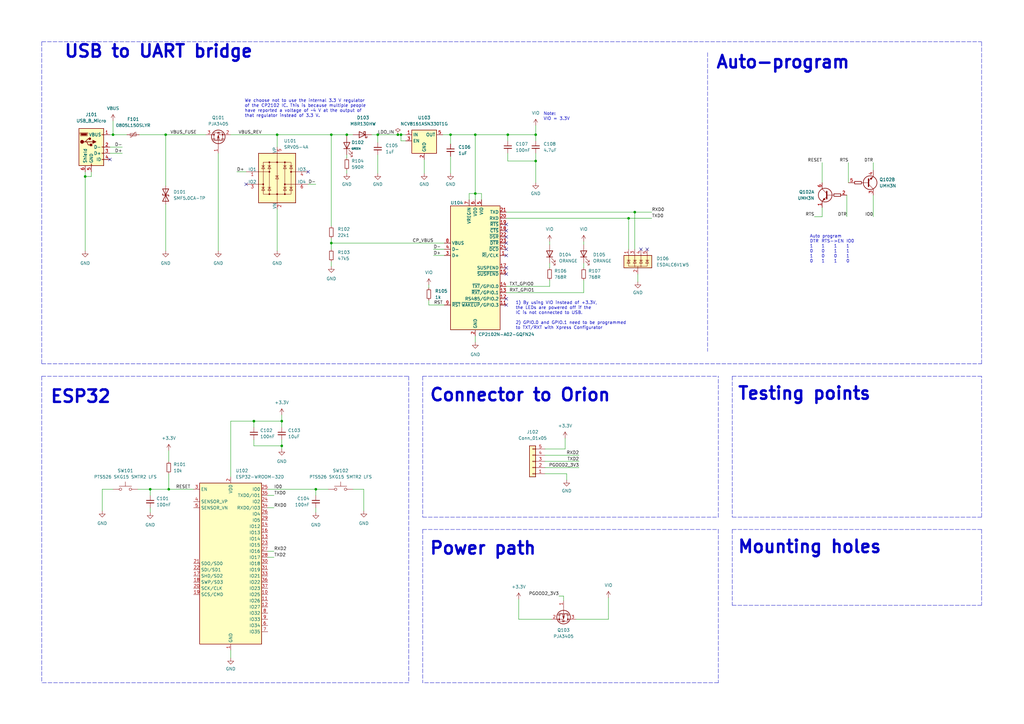
<source format=kicad_sch>
(kicad_sch (version 20211123) (generator eeschema)
  (paper "A3")
  (title_block (title "ESP32 RF Module Overview") (company "EPFL Xplore") (comment 2 "Author: Vincent Nguyen"))
  (lib_symbols
    (symbol "0_connectors:USB_B_Micro" (pin_names (offset 1.016))
      (property "Reference" "J" (at -5.08 11.43 0))
      (property "Value" "USB_B_Micro" (at -5.08 8.89 0))
      (symbol "USB_B_Micro_0_1"
        (rectangle (start -5.08 -7.62) (end 5.08 7.62) (stroke (width 0.254)) (fill (type background)))
        (circle (center -3.81 2.159) (radius 0.635) (stroke (width 0.254)) (fill (type outline)))
        (circle (center -0.635 3.429) (radius 0.381) (stroke (width 0.254)) (fill (type outline)))
        (rectangle (start -0.127 -7.62) (end 0.127 -6.858))
        (polyline (pts (xy -1.905 2.159) (xy 0.635 2.159)) (stroke (width 0.254)))
        (polyline (pts (xy -3.175 2.159) (xy -2.54 2.159) (xy -1.27 3.429) (xy -0.635 3.429)) (stroke (width 0.254)))
        (polyline (pts (xy -2.54 2.159) (xy -1.905 2.159) (xy -1.27 0.889) (xy 0 0.889)) (stroke (width 0.254)))
        (polyline (pts (xy 0.635 2.794) (xy 0.635 1.524) (xy 1.905 2.159) (xy 0.635 2.794)) (stroke (width 0.254)) (fill (type outline)))
        (polyline (pts (xy -4.318 5.588) (xy -1.778 5.588) (xy -2.032 4.826) (xy -4.064 4.826) (xy -4.318 5.588)) (fill (type outline)))
        (polyline (pts (xy -4.699 5.842) (xy -4.699 5.588) (xy -4.445 4.826) (xy -4.445 4.572) (xy -1.651 4.572) (xy -1.651 4.826) (xy -1.397 5.588) (xy -1.397 5.842) (xy -4.699 5.842)))
        (rectangle (start 0.254 1.27) (end -0.508 0.508) (stroke (width 0.254)) (fill (type outline)))
        (rectangle (start 5.08 -5.207) (end 4.318 -4.953))
        (rectangle (start 5.08 -2.667) (end 4.318 -2.413))
        (rectangle (start 5.08 -0.127) (end 4.318 0.127))
        (rectangle (start 5.08 4.953) (end 4.318 5.207))
      )
      (symbol "USB_B_Micro_1_1"
        (pin power_out line (at 7.62 5.08 180) (length 2.54) (name "VBUS") (number "1"))
        (pin bidirectional line (at 7.62 0 180) (length 2.54) (name "D-") (number "2"))
        (pin bidirectional line (at 7.62 -2.54 180) (length 2.54) (name "D+") (number "3"))
        (pin passive line (at 7.62 -5.08 180) (length 2.54) (name "ID") (number "4"))
        (pin power_out line (at 0 -10.16 90) (length 2.54) (name "GND") (number "5"))
        (pin passive line (at -2.54 -10.16 90) (length 2.54) (name "Shield") (number "6"))
      )
    )
    (symbol "0_interface_uart:CP2102N-A02-GQFN24"
      (property "Reference" "U" (at -10.16 26.67 0))
      (property "Value" "CP2102N-A02-GQFN24" (at 0.635 -26.67 0))
      (symbol "CP2102N-A02-GQFN24_0_1"
        (rectangle (start -10.16 25.4) (end 10.16 -25.4) (stroke (width 0.254)) (fill (type background)))
      )
      (symbol "CP2102N-A02-GQFN24_1_1"
        (pin bidirectional line (at 12.7 5.08 180) (length 2.54) (name "~{RI}/CLK") (number "1"))
        (pin no_connect line (at -10.16 -22.86 0) (length 2.54) hide (name "NC") (number "10"))
        (pin bidirectional line (at 12.7 -15.24 180) (length 2.54) (name "~{WAKEUP}/GPIO.3") (number "11"))
        (pin bidirectional line (at 12.7 -12.7 180) (length 2.54) (name "RS485/GPIO.2") (number "12"))
        (pin bidirectional line (at 12.7 -10.16 180) (length 2.54) (name "~{RXT}/GPIO.1") (number "13"))
        (pin bidirectional line (at 12.7 -7.62 180) (length 2.54) (name "~{TXT}/GPIO.0") (number "14"))
        (pin output line (at 12.7 -2.54 180) (length 2.54) (name "~{SUSPEND}") (number "15"))
        (pin no_connect line (at 10.16 -22.86 180) (length 2.54) hide (name "NC") (number "16"))
        (pin output line (at 12.7 0 180) (length 2.54) (name "SUSPEND") (number "17"))
        (pin input line (at 12.7 15.24 180) (length 2.54) (name "~{CTS}") (number "18"))
        (pin output line (at 12.7 17.78 180) (length 2.54) (name "~{RTS}") (number "19"))
        (pin power_in line (at 0 -27.94 90) (length 2.54) (name "GND") (number "2"))
        (pin input line (at 12.7 20.32 180) (length 2.54) (name "RXD") (number "20"))
        (pin output line (at 12.7 22.86 180) (length 2.54) (name "TXD") (number "21"))
        (pin input line (at 12.7 12.7 180) (length 2.54) (name "~{DSR}") (number "22"))
        (pin output line (at 12.7 10.16 180) (length 2.54) (name "~{DTR}") (number "23"))
        (pin input line (at 12.7 7.62 180) (length 2.54) (name "~{DCD}") (number "24"))
        (pin passive line (at 0 -27.94 90) (length 2.54) hide (name "GND") (number "25"))
        (pin bidirectional line (at -12.7 5.08 0) (length 2.54) (name "D+") (number "3"))
        (pin bidirectional line (at -12.7 7.62 0) (length 2.54) (name "D-") (number "4"))
        (pin power_in line (at 2.54 27.94 270) (length 2.54) (name "VIO") (number "5"))
        (pin power_in line (at 0 27.94 270) (length 2.54) (name "VDD") (number "6"))
        (pin power_in line (at -2.54 27.94 270) (length 2.54) (name "VREGIN") (number "7"))
        (pin input line (at -12.7 10.16 0) (length 2.54) (name "VBUS") (number "8"))
        (pin input line (at -12.7 -15.24 0) (length 2.54) (name "~{RST}") (number "9"))
      )
    )
    (symbol "0_power_protection:ESDALC6V1W5" (pin_names hide)
      (property "Reference" "D" (at 6.35 -1.27 0))
      (property "Value" "ESDALC6V1W5" (at 6.35 1.27 0))
      (symbol "ESDALC6V1W5_0_0"
        (pin passive line (at 0 -5.08 90) (length 2.54) (name "GND") (number "2"))
      )
      (symbol "ESDALC6V1W5_0_1"
        (rectangle (start -5.715 2.54) (end 5.715 -2.54) (stroke (width 0.254)) (fill (type background)))
        (circle (center -1.27 -1.905) (radius 0.127))
        (polyline (pts (xy -1.27 2.54) (xy -1.27 -1.905)))
        (polyline (pts (xy 0 -1.905) (xy 0 -2.54)))
        (polyline (pts (xy 1.27 2.54) (xy 1.27 -1.905)))
        (polyline (pts (xy -4.445 0.635) (xy -3.175 0.635) (xy -3.175 0.381)))
        (polyline (pts (xy -1.905 0.635) (xy -0.635 0.635) (xy -0.635 0.381)))
        (polyline (pts (xy 0.635 0.635) (xy 1.905 0.635) (xy 1.905 0.381)))
        (polyline (pts (xy 3.175 0.635) (xy 4.445 0.635) (xy 4.445 0.381)))
        (polyline (pts (xy -4.445 -0.635) (xy -3.175 -0.635) (xy -3.81 0.635) (xy -4.445 -0.635)))
        (polyline (pts (xy -3.81 2.54) (xy -3.81 -1.905) (xy 3.81 -1.905) (xy 3.81 2.54)))
        (polyline (pts (xy -1.905 -0.635) (xy -0.635 -0.635) (xy -1.27 0.635) (xy -1.905 -0.635)))
        (polyline (pts (xy 0.635 -0.635) (xy 1.905 -0.635) (xy 1.27 0.635) (xy 0.635 -0.635)))
        (polyline (pts (xy 3.175 -0.635) (xy 4.445 -0.635) (xy 3.81 0.635) (xy 3.175 -0.635)))
        (circle (center 1.27 -1.905) (radius 0.127))
      )
      (symbol "ESDALC6V1W5_1_1"
        (pin passive line (at -3.81 5.08 270) (length 2.54) (name "IO1") (number "1"))
        (pin passive line (at -1.27 5.08 270) (length 2.54) (name "IO2") (number "3"))
        (pin passive line (at 1.27 5.08 270) (length 2.54) (name "IO3") (number "4"))
        (pin passive line (at 3.81 5.08 270) (length 2.54) (name "IO4") (number "5"))
      )
    )
    (symbol "0_power_protection:MBR130HW" (pin_numbers hide) (pin_names hide)
      (property "Reference" "D" (at 0 5.715 0))
      (property "Value" "MBR130HW" (at 0 3.175 0))
      (symbol "MBR130HW_0_1"
        (polyline (pts (xy 1.27 0) (xy -1.27 0)))
        (polyline (pts (xy 1.27 1.27) (xy 1.27 -1.27) (xy -1.27 0) (xy 1.27 1.27)) (stroke (width 0.254)))
        (polyline (pts (xy -1.905 0.635) (xy -1.905 1.27) (xy -1.27 1.27) (xy -1.27 -1.27) (xy -0.635 -1.27) (xy -0.635 -0.635)) (stroke (width 0.254)))
      )
      (symbol "MBR130HW_1_1"
        (pin passive line (at -3.81 0 0) (length 2.54) (name "K") (number "1"))
        (pin passive line (at 3.81 0 180) (length 2.54) (name "A") (number "2"))
      )
    )
    (symbol "0_power_protection:SMF5.0CA" (pin_numbers hide) (pin_names (offset 1.016) hide)
      (property "Reference" "D" (at 0 6.35 0))
      (property "Value" "SMF5.0CA" (at 3.81 3.81 0))
      (symbol "SMF5.0CA_0_1"
        (polyline (pts (xy 1.27 0) (xy -1.27 0)))
        (polyline (pts (xy 0.508 1.27) (xy 0 1.27) (xy 0 -1.27) (xy -0.508 -1.27)) (stroke (width 0.254)))
        (polyline (pts (xy -2.54 1.27) (xy -2.54 -1.27) (xy 2.54 1.27) (xy 2.54 -1.27) (xy -2.54 1.27)) (stroke (width 0.254)))
      )
      (symbol "SMF5.0CA_1_1"
        (pin passive line (at -3.81 0 0) (length 2.54) (name "A1") (number "1"))
        (pin passive line (at 3.81 0 180) (length 2.54) (name "A2") (number "2"))
      )
    )
    (symbol "0_power_symbols:VIO" (power) (pin_numbers hide) (in_bom no) (on_board no)
      (property "Value" "VIO" (at 0 3.81 0))
      (symbol "VIO_0_1"
        (polyline (pts (xy 0 0) (xy 0 2.54)))
        (polyline (pts (xy 0 2.54) (xy -0.762 1.27)))
        (polyline (pts (xy 0 2.54) (xy 0.762 1.27)))
      )
      (symbol "VIO_1_1"
        (pin power_in line (at 0 0 90) (length 0) hide (name "VIO") (number "1"))
      )
    )
    (symbol "0_regulator_linear:NCV8161ASN330T1G"
      (property "Reference" "U" (at 0 8.89 0))
      (property "Value" "NCV8161ASN330T1G" (at 0 6.35 0))
      (symbol "NCV8161ASN330T1G_0_1"
        (rectangle (start -5.08 4.445) (end 5.08 -5.08) (stroke (width 0.254)) (fill (type background)))
      )
      (symbol "NCV8161ASN330T1G_1_1"
        (pin power_in line (at -7.62 2.54 0) (length 2.54) (name "IN") (number "1"))
        (pin power_in line (at 0 -7.62 90) (length 2.54) (name "GND") (number "2"))
        (pin input line (at -7.62 0 0) (length 2.54) (name "EN") (number "3"))
        (pin no_connect line (at 5.08 0 180) (length 2.54) hide (name "NC") (number "4"))
        (pin power_out line (at 7.62 2.54 180) (length 2.54) (name "OUT") (number "5"))
      )
    )
    (symbol "0_transistor:PJA3405" (pin_names hide)
      (property "Reference" "Q" (at 4.445 1.27 0))
      (property "Value" "PJA3405" (at 4.445 -1.27 0))
      (symbol "PJA3405_0_1"
        (polyline (pts (xy -0.381 0) (xy -3.175 0)))
        (polyline (pts (xy -0.381 1.905) (xy -0.381 -1.905)) (stroke (width 0.254)))
        (polyline (pts (xy 0.127 -1.27) (xy 0.127 -2.286)) (stroke (width 0.254)))
        (polyline (pts (xy 0.127 0.508) (xy 0.127 -0.508)) (stroke (width 0.254)))
        (polyline (pts (xy 0.127 2.286) (xy 0.127 1.27)) (stroke (width 0.254)))
        (polyline (pts (xy 1.905 2.54) (xy 1.905 1.778)))
        (polyline (pts (xy 1.905 -2.54) (xy 1.905 0) (xy 0.127 0)))
        (polyline (pts (xy 0.127 1.778) (xy 2.667 1.778) (xy 2.667 -1.778) (xy 0.127 -1.778)))
        (polyline (pts (xy 1.651 0) (xy 0.635 0.381) (xy 0.635 -0.381) (xy 1.651 0)) (fill (type outline)))
        (polyline (pts (xy 2.159 -0.508) (xy 2.286 -0.381) (xy 3.048 -0.381) (xy 3.175 -0.254)))
        (polyline (pts (xy 2.667 -0.381) (xy 2.286 0.254) (xy 3.048 0.254) (xy 2.667 -0.381)))
        (circle (center 1.016 0) (radius 2.794) (stroke (width 0.254)))
        (circle (center 1.905 -1.778) (radius 0.254) (fill (type outline)))
        (circle (center 1.905 1.778) (radius 0.254) (fill (type outline)))
      )
      (symbol "PJA3405_1_1"
        (pin input line (at -5.715 0 0) (length 2.54) (name "G") (number "1"))
        (pin passive line (at 1.905 -5.08 90) (length 2.54) (name "S") (number "2"))
        (pin passive line (at 1.905 5.08 270) (length 2.54) (name "D") (number "3"))
      )
    )
    (symbol "Connector_Generic:Conn_01x05" (pin_names (offset 1.016) hide)
      (property "Reference" "J" (at 0 7.62 0))
      (property "Value" "Conn_01x05" (at 0 -7.62 0))
      (symbol "Conn_01x05_1_1"
        (rectangle (start -1.27 -4.953) (end 0 -5.207) (stroke (width 0.1524)))
        (rectangle (start -1.27 -2.413) (end 0 -2.667) (stroke (width 0.1524)))
        (rectangle (start -1.27 0.127) (end 0 -0.127) (stroke (width 0.1524)))
        (rectangle (start -1.27 2.667) (end 0 2.413) (stroke (width 0.1524)))
        (rectangle (start -1.27 5.207) (end 0 4.953) (stroke (width 0.1524)))
        (rectangle (start -1.27 6.35) (end 1.27 -6.35) (stroke (width 0.254)) (fill (type background)))
        (pin passive line (at -5.08 5.08 0) (length 3.81) (name "Pin_1") (number "1"))
        (pin passive line (at -5.08 2.54 0) (length 3.81) (name "Pin_2") (number "2"))
        (pin passive line (at -5.08 0 0) (length 3.81) (name "Pin_3") (number "3"))
        (pin passive line (at -5.08 -2.54 0) (length 3.81) (name "Pin_4") (number "4"))
        (pin passive line (at -5.08 -5.08 0) (length 3.81) (name "Pin_5") (number "5"))
      )
    )
    (symbol "Device:C_Small" (pin_numbers hide) (pin_names (offset 0.254) hide)
      (property "Reference" "C" (at 0.254 1.778 0))
      (property "Value" "C_Small" (at 0.254 -2.032 0))
      (symbol "C_Small_0_1"
        (polyline (pts (xy -1.524 -0.508) (xy 1.524 -0.508)) (stroke (width 0.3302)))
        (polyline (pts (xy -1.524 0.508) (xy 1.524 0.508)) (stroke (width 0.3048)))
      )
      (symbol "C_Small_1_1"
        (pin passive line (at 0 2.54 270) (length 2.032) (name "~") (number "1"))
        (pin passive line (at 0 -2.54 90) (length 2.032) (name "~") (number "2"))
      )
    )
    (symbol "Device:LED" (pin_numbers hide) (pin_names (offset 1.016) hide)
      (property "Reference" "D" (at 0 2.54 0))
      (property "Value" "LED" (at 0 -2.54 0))
      (symbol "LED_0_1"
        (polyline (pts (xy -1.27 -1.27) (xy -1.27 1.27)) (stroke (width 0.254)))
        (polyline (pts (xy -1.27 0) (xy 1.27 0)))
        (polyline (pts (xy 1.27 -1.27) (xy 1.27 1.27) (xy -1.27 0) (xy 1.27 -1.27)) (stroke (width 0.254)))
        (polyline (pts (xy -3.048 -0.762) (xy -4.572 -2.286) (xy -3.81 -2.286) (xy -4.572 -2.286) (xy -4.572 -1.524)))
        (polyline (pts (xy -1.778 -0.762) (xy -3.302 -2.286) (xy -2.54 -2.286) (xy -3.302 -2.286) (xy -3.302 -1.524)))
      )
      (symbol "LED_1_1"
        (pin passive line (at -3.81 0 0) (length 2.54) (name "K") (number "1"))
        (pin passive line (at 3.81 0 180) (length 2.54) (name "A") (number "2"))
      )
    )
    (symbol "Device:Polyfuse_Small" (pin_numbers hide) (pin_names (offset 0))
      (property "Reference" "F" (at -1.905 0 90))
      (property "Value" "Polyfuse_Small" (at 1.905 0 90))
      (symbol "Polyfuse_Small_0_1"
        (rectangle (start -0.508 1.27) (end 0.508 -1.27))
        (polyline (pts (xy 0 2.54) (xy 0 -2.54)))
        (polyline (pts (xy -1.016 1.27) (xy -1.016 0.762) (xy 1.016 -0.762) (xy 1.016 -1.27)))
      )
      (symbol "Polyfuse_Small_1_1"
        (pin passive line (at 0 2.54 270) (length 0.635) (name "~") (number "1"))
        (pin passive line (at 0 -2.54 90) (length 0.635) (name "~") (number "2"))
      )
    )
    (symbol "Device:R_Small" (pin_numbers hide) (pin_names (offset 0.254) hide)
      (property "Reference" "R" (at 0.762 0.508 0))
      (property "Value" "R_Small" (at 0.762 -1.016 0))
      (symbol "R_Small_0_1"
        (rectangle (start -0.762 1.778) (end 0.762 -1.778) (stroke (width 0.2032)))
      )
      (symbol "R_Small_1_1"
        (pin passive line (at 0 2.54 270) (length 0.762) (name "~") (number "1"))
        (pin passive line (at 0 -2.54 90) (length 0.762) (name "~") (number "2"))
      )
    )
    (symbol "Power_Protection:SRV05-4" (pin_names (offset 0))
      (property "Reference" "U" (at -5.08 11.43 0))
      (property "Value" "SRV05-4" (at 2.54 11.43 0))
      (symbol "SRV05-4_0_0"
        (rectangle (start -5.715 6.477) (end 5.715 -6.604))
        (polyline (pts (xy -3.175 -6.604) (xy -3.175 6.477)))
        (polyline (pts (xy 3.175 6.477) (xy 3.175 -6.604)))
      )
      (symbol "SRV05-4_0_1"
        (rectangle (start -7.62 10.16) (end 7.62 -10.16) (stroke (width 0.254)) (fill (type background)))
        (circle (center -5.715 -2.54) (radius 0.2794) (fill (type outline)))
        (circle (center -3.175 -6.604) (radius 0.2794) (fill (type outline)))
        (circle (center -3.175 2.54) (radius 0.2794) (fill (type outline)))
        (circle (center -3.175 6.477) (radius 0.2794) (fill (type outline)))
        (circle (center 0 -6.604) (radius 0.2794) (fill (type outline)))
        (polyline (pts (xy -7.747 2.54) (xy -3.175 2.54)))
        (polyline (pts (xy -7.62 -2.54) (xy -5.715 -2.54)))
        (polyline (pts (xy -5.08 -3.81) (xy -6.35 -3.81)))
        (polyline (pts (xy -5.08 5.08) (xy -6.35 5.08)))
        (polyline (pts (xy -2.54 -3.81) (xy -3.81 -3.81)))
        (polyline (pts (xy -2.54 5.08) (xy -3.81 5.08)))
        (polyline (pts (xy 0 10.16) (xy 0 -10.16)))
        (polyline (pts (xy 3.81 -3.81) (xy 2.54 -3.81)))
        (polyline (pts (xy 3.81 5.08) (xy 2.54 5.08)))
        (polyline (pts (xy 6.35 -3.81) (xy 5.08 -3.81)))
        (polyline (pts (xy 6.35 5.08) (xy 5.08 5.08)))
        (polyline (pts (xy 7.62 -2.54) (xy 3.175 -2.54)))
        (polyline (pts (xy 7.62 2.54) (xy 5.715 2.54)))
        (polyline (pts (xy 0.635 0.889) (xy -0.635 0.889) (xy -0.635 0.635)))
        (polyline (pts (xy -5.08 -5.08) (xy -6.35 -5.08) (xy -5.715 -3.81) (xy -5.08 -5.08)))
        (polyline (pts (xy -5.08 3.81) (xy -6.35 3.81) (xy -5.715 5.08) (xy -5.08 3.81)))
        (polyline (pts (xy -2.54 -5.08) (xy -3.81 -5.08) (xy -3.175 -3.81) (xy -2.54 -5.08)))
        (polyline (pts (xy -2.54 3.81) (xy -3.81 3.81) (xy -3.175 5.08) (xy -2.54 3.81)))
        (polyline (pts (xy 0.635 -0.381) (xy -0.635 -0.381) (xy 0 0.889) (xy 0.635 -0.381)))
        (polyline (pts (xy 3.81 -5.08) (xy 2.54 -5.08) (xy 3.175 -3.81) (xy 3.81 -5.08)))
        (polyline (pts (xy 3.81 3.81) (xy 2.54 3.81) (xy 3.175 5.08) (xy 3.81 3.81)))
        (polyline (pts (xy 6.35 -5.08) (xy 5.08 -5.08) (xy 5.715 -3.81) (xy 6.35 -5.08)))
        (polyline (pts (xy 6.35 3.81) (xy 5.08 3.81) (xy 5.715 5.08) (xy 6.35 3.81)))
        (circle (center 0 6.477) (radius 0.2794) (fill (type outline)))
        (circle (center 3.175 -6.604) (radius 0.2794) (fill (type outline)))
        (circle (center 3.175 -2.54) (radius 0.2794) (fill (type outline)))
        (circle (center 3.175 6.477) (radius 0.2794) (fill (type outline)))
        (circle (center 5.715 2.54) (radius 0.2794) (fill (type outline)))
      )
      (symbol "SRV05-4_1_1"
        (pin passive line (at -12.7 2.54 0) (length 5.08) (name "IO1") (number "1"))
        (pin passive line (at 0 -12.7 90) (length 2.54) (name "VN") (number "2"))
        (pin passive line (at -12.7 -2.54 0) (length 5.08) (name "IO2") (number "3"))
        (pin passive line (at 12.7 2.54 180) (length 5.08) (name "IO3") (number "4"))
        (pin passive line (at 0 12.7 270) (length 2.54) (name "VP") (number "5"))
        (pin passive line (at 12.7 -2.54 180) (length 5.08) (name "IO4") (number "6"))
      )
    )
    (symbol "RF_Module:ESP32-WROOM-32D"
      (property "Reference" "U" (at -12.7 34.29 0))
      (property "Value" "ESP32-WROOM-32D" (at 1.27 34.29 0))
      (symbol "ESP32-WROOM-32D_0_1"
        (rectangle (start -12.7 33.02) (end 12.7 -33.02) (stroke (width 0.254)) (fill (type background)))
      )
      (symbol "ESP32-WROOM-32D_1_1"
        (pin power_in line (at 0 -35.56 90) (length 2.54) (name "GND") (number "1"))
        (pin bidirectional line (at 15.24 -12.7 180) (length 2.54) (name "IO25") (number "10"))
        (pin bidirectional line (at 15.24 -15.24 180) (length 2.54) (name "IO26") (number "11"))
        (pin bidirectional line (at 15.24 -17.78 180) (length 2.54) (name "IO27") (number "12"))
        (pin bidirectional line (at 15.24 10.16 180) (length 2.54) (name "IO14") (number "13"))
        (pin bidirectional line (at 15.24 15.24 180) (length 2.54) (name "IO12") (number "14"))
        (pin passive line (at 0 -35.56 90) (length 2.54) hide (name "GND") (number "15"))
        (pin bidirectional line (at 15.24 12.7 180) (length 2.54) (name "IO13") (number "16"))
        (pin bidirectional line (at -15.24 -5.08 0) (length 2.54) (name "SHD/SD2") (number "17"))
        (pin bidirectional line (at -15.24 -7.62 0) (length 2.54) (name "SWP/SD3") (number "18"))
        (pin bidirectional line (at -15.24 -12.7 0) (length 2.54) (name "SCS/CMD") (number "19"))
        (pin power_in line (at 0 35.56 270) (length 2.54) (name "VDD") (number "2"))
        (pin bidirectional line (at -15.24 -10.16 0) (length 2.54) (name "SCK/CLK") (number "20"))
        (pin bidirectional line (at -15.24 0 0) (length 2.54) (name "SDO/SD0") (number "21"))
        (pin bidirectional line (at -15.24 -2.54 0) (length 2.54) (name "SDI/SD1") (number "22"))
        (pin bidirectional line (at 15.24 7.62 180) (length 2.54) (name "IO15") (number "23"))
        (pin bidirectional line (at 15.24 25.4 180) (length 2.54) (name "IO2") (number "24"))
        (pin bidirectional line (at 15.24 30.48 180) (length 2.54) (name "IO0") (number "25"))
        (pin bidirectional line (at 15.24 20.32 180) (length 2.54) (name "IO4") (number "26"))
        (pin bidirectional line (at 15.24 5.08 180) (length 2.54) (name "IO16") (number "27"))
        (pin bidirectional line (at 15.24 2.54 180) (length 2.54) (name "IO17") (number "28"))
        (pin bidirectional line (at 15.24 17.78 180) (length 2.54) (name "IO5") (number "29"))
        (pin input line (at -15.24 30.48 0) (length 2.54) (name "EN") (number "3"))
        (pin bidirectional line (at 15.24 0 180) (length 2.54) (name "IO18") (number "30"))
        (pin bidirectional line (at 15.24 -2.54 180) (length 2.54) (name "IO19") (number "31"))
        (pin no_connect line (at -12.7 -27.94 0) (length 2.54) hide (name "NC") (number "32"))
        (pin bidirectional line (at 15.24 -5.08 180) (length 2.54) (name "IO21") (number "33"))
        (pin bidirectional line (at 15.24 22.86 180) (length 2.54) (name "RXD0/IO3") (number "34"))
        (pin bidirectional line (at 15.24 27.94 180) (length 2.54) (name "TXD0/IO1") (number "35"))
        (pin bidirectional line (at 15.24 -7.62 180) (length 2.54) (name "IO22") (number "36"))
        (pin bidirectional line (at 15.24 -10.16 180) (length 2.54) (name "IO23") (number "37"))
        (pin passive line (at 0 -35.56 90) (length 2.54) hide (name "GND") (number "38"))
        (pin passive line (at 0 -35.56 90) (length 2.54) hide (name "GND") (number "39"))
        (pin input line (at -15.24 25.4 0) (length 2.54) (name "SENSOR_VP") (number "4"))
        (pin input line (at -15.24 22.86 0) (length 2.54) (name "SENSOR_VN") (number "5"))
        (pin input line (at 15.24 -25.4 180) (length 2.54) (name "IO34") (number "6"))
        (pin input line (at 15.24 -27.94 180) (length 2.54) (name "IO35") (number "7"))
        (pin bidirectional line (at 15.24 -20.32 180) (length 2.54) (name "IO32") (number "8"))
        (pin bidirectional line (at 15.24 -22.86 180) (length 2.54) (name "IO33") (number "9"))
      )
    )
    (symbol "Switch:SW_Push" (pin_numbers hide) (pin_names (offset 1.016) hide)
      (property "Reference" "SW" (at 1.27 2.54 0))
      (property "Value" "SW_Push" (at 0 -1.524 0))
      (symbol "SW_Push_0_1"
        (circle (center -2.032 0) (radius 0.508))
        (polyline (pts (xy 0 1.27) (xy 0 3.048)))
        (polyline (pts (xy 2.54 1.27) (xy -2.54 1.27)))
        (circle (center 2.032 0) (radius 0.508))
        (pin passive line (at -5.08 0 0) (length 2.54) (name "1") (number "1"))
        (pin passive line (at 5.08 0 180) (length 2.54) (name "2") (number "2"))
      )
    )
    (symbol "Transistor_BJT:UMH3N" (pin_names hide)
      (property "Reference" "Q" (at 7.62 1.27 0))
      (property "Value" "UMH3N" (at 7.62 -1.27 0))
      (symbol "UMH3N_0_1"
        (polyline (pts (xy 3.175 0) (xy 0.254 0)))
        (polyline (pts (xy 3.175 0.635) (xy 5.08 2.54)))
        (polyline (pts (xy 3.175 1.524) (xy 3.175 -1.524)) (stroke (width 0.508)))
        (polyline (pts (xy 3.175 -0.635) (xy 5.08 -2.54) (xy 5.08 -2.54)))
        (polyline (pts (xy 3.81 -1.778) (xy 4.318 -1.27) (xy 4.826 -2.286) (xy 3.81 -1.778) (xy 3.81 -1.778)) (fill (type outline)))
        (rectangle (start 0.254 0.508) (end -2.54 -0.508) (stroke (width 0.254)))
        (circle (center 3.81 0) (radius 2.8194) (stroke (width 0.254)))
      )
      (symbol "UMH3N_1_1"
        (pin passive line (at 5.08 -5.08 90) (length 2.54) (name "E1") (number "1"))
        (pin input line (at -5.08 0 0) (length 2.54) (name "B1") (number "2"))
        (pin passive line (at 5.08 5.08 270) (length 2.54) (name "C1") (number "6"))
      )
      (symbol "UMH3N_2_1"
        (pin passive line (at 5.08 5.08 270) (length 2.54) (name "C2") (number "3"))
        (pin passive line (at 5.08 -5.08 90) (length 2.54) (name "E2") (number "4"))
        (pin input line (at -5.08 0 0) (length 2.54) (name "B2") (number "5"))
      )
    )
    (symbol "power:+3.3V" (power) (pin_names (offset 0))
      (property "Value" "+3.3V" (at 0 3.556 0))
      (symbol "+3.3V_0_1"
        (polyline (pts (xy -0.762 1.27) (xy 0 2.54)))
        (polyline (pts (xy 0 0) (xy 0 2.54)))
        (polyline (pts (xy 0 2.54) (xy 0.762 1.27)))
      )
      (symbol "+3.3V_1_1"
        (pin power_in line (at 0 0 90) (length 0) hide (name "+3.3V") (number "1"))
      )
    )
    (symbol "power:GND" (power) (pin_names (offset 0))
      (property "Value" "GND" (at 0 -3.81 0))
      (symbol "GND_0_1"
        (polyline (pts (xy 0 0) (xy 0 -1.27) (xy 1.27 -1.27) (xy 0 -2.54) (xy -1.27 -1.27) (xy 0 -1.27)))
      )
      (symbol "GND_1_1"
        (pin power_in line (at 0 0 270) (length 0) hide (name "GND") (number "1"))
      )
    )
    (symbol "power:PWR_FLAG" (power) (pin_numbers hide) (pin_names (offset 0) hide)
      (property "Value" "PWR_FLAG" (at 0 3.81 0))
      (symbol "PWR_FLAG_0_0"
        (pin power_out line (at 0 0 90) (length 0) (name "pwr") (number "1"))
      )
      (symbol "PWR_FLAG_0_1"
        (polyline (pts (xy 0 0) (xy 0 1.27) (xy -1.016 1.905) (xy 0 2.54) (xy 1.016 1.905) (xy 0 1.27)))
      )
    )
    (symbol "power:VBUS" (power) (pin_names (offset 0))
      (property "Value" "VBUS" (at 0 3.81 0))
      (symbol "VBUS_0_1"
        (polyline (pts (xy -0.762 1.27) (xy 0 2.54)))
        (polyline (pts (xy 0 0) (xy 0 2.54)))
        (polyline (pts (xy 0 2.54) (xy 0.762 1.27)))
      )
      (symbol "VBUS_1_1"
        (pin power_in line (at 0 0 90) (length 0) hide (name "VBUS") (number "1"))
      )
    )
  )
  (junction (at 164.465 55.245))
  (junction (at 194.945 55.245))
  (junction (at 208.28 55.245))
  (junction (at 184.785 55.245))
  (junction (at 257.81 89.535))
  (junction (at 194.945 79.375))
  (junction (at 142.24 55.245))
  (junction (at 113.665 55.245))
  (junction (at 260.35 86.995))
  (junction (at 115.57 172.72))
  (junction (at 135.89 99.695))
  (junction (at 61.595 200.66))
  (junction (at 219.71 66.04))
  (junction (at 34.925 72.39))
  (junction (at 67.945 55.245))
  (junction (at 46.355 55.245))
  (junction (at 104.14 172.72))
  (junction (at 219.71 55.245))
  (junction (at 163.195 55.245))
  (junction (at 135.89 55.245))
  (junction (at 69.215 200.66))
  (junction (at 115.57 182.88))
  (junction (at 129.54 200.66))
  (junction (at 154.94 55.245))
  (no_connect (at 100.965 75.565))
  (no_connect (at 207.645 109.855))
  (no_connect (at 265.43 102.235))
  (no_connect (at 207.645 125.095))
  (no_connect (at 207.645 112.395))
  (no_connect (at 207.645 102.235))
  (no_connect (at 207.645 99.695))
  (no_connect (at 207.645 94.615))
  (no_connect (at 207.645 104.775))
  (no_connect (at 126.365 70.485))
  (no_connect (at 45.085 65.405))
  (no_connect (at 207.645 97.155))
  (no_connect (at 262.89 102.235))
  (no_connect (at 207.645 92.075))
  (no_connect (at 207.645 122.555))
  (wire (pts (xy 113.665 55.245) (xy 113.665 60.325)))
  (polyline (pts (xy 294.64 212.09) (xy 294.64 154.305)))
  (wire (pts (xy 69.215 194.31) (xy 69.215 200.66)))
  (wire (pts (xy 67.945 55.245) (xy 67.945 76.2)))
  (wire (pts (xy 149.225 209.55) (xy 149.225 200.66)))
  (wire (pts (xy 257.81 89.535) (xy 257.81 102.235)))
  (wire (pts (xy 135.89 99.695) (xy 182.245 99.695)))
  (wire (pts (xy 207.645 86.995) (xy 260.35 86.995)))
  (wire (pts (xy 142.24 55.245) (xy 144.78 55.245)))
  (wire (pts (xy 142.24 55.88) (xy 142.24 55.245)))
  (wire (pts (xy 237.49 191.77) (xy 223.52 191.77)))
  (wire (pts (xy 219.71 66.04) (xy 219.71 74.93)))
  (wire (pts (xy 61.595 200.66) (xy 61.595 203.2)))
  (wire (pts (xy 113.665 55.245) (xy 135.89 55.245)))
  (wire (pts (xy 225.425 99.06) (xy 225.425 100.33)))
  (wire (pts (xy 166.37 57.785) (xy 164.465 57.785)))
  (wire (pts (xy 184.785 55.245) (xy 194.945 55.245)))
  (wire (pts (xy 94.615 172.72) (xy 104.14 172.72)))
  (wire (pts (xy 231.775 184.15) (xy 231.775 179.705)))
  (wire (pts (xy 163.195 55.245) (xy 164.465 55.245)))
  (wire (pts (xy 164.465 55.245) (xy 166.37 55.245)))
  (wire (pts (xy 46.355 49.53) (xy 46.355 55.245)))
  (wire (pts (xy 239.395 109.855) (xy 239.395 107.95)))
  (wire (pts (xy 192.405 79.375) (xy 192.405 81.915)))
  (wire (pts (xy 337.185 88.9) (xy 337.185 85.09)))
  (wire (pts (xy 37.465 72.39) (xy 37.465 70.485)))
  (wire (pts (xy 347.98 66.675) (xy 347.98 74.93)))
  (wire (pts (xy 337.185 66.675) (xy 337.185 74.93)))
  (polyline (pts (xy 290.195 21.59) (xy 290.195 144.145)))
  (wire (pts (xy 232.41 194.31) (xy 232.41 196.85)))
  (wire (pts (xy 260.35 86.995) (xy 267.335 86.995)))
  (wire (pts (xy 97.155 70.485) (xy 100.965 70.485)))
  (polyline (pts (xy 173.355 217.17) (xy 294.64 217.17)))
  (wire (pts (xy 135.89 97.79) (xy 135.89 99.695)))
  (wire (pts (xy 208.28 62.865) (xy 208.28 66.04)))
  (wire (pts (xy 50.165 62.865) (xy 45.085 62.865)))
  (wire (pts (xy 112.395 228.6) (xy 109.855 228.6)))
  (polyline (pts (xy 300.355 212.09) (xy 402.59 212.09)))
  (wire (pts (xy 212.725 245.745) (xy 212.725 254)))
  (wire (pts (xy 135.89 107.315) (xy 135.89 109.22)))
  (polyline (pts (xy 300.355 154.305) (xy 300.355 212.09)))
  (polyline (pts (xy 17.145 17.145) (xy 17.145 149.225)))
  (polyline (pts (xy 300.355 154.305) (xy 402.59 154.305)))
  (wire (pts (xy 219.71 66.04) (xy 208.28 66.04)))
  (polyline (pts (xy 17.145 149.225) (xy 402.59 149.225)))
  (wire (pts (xy 347.345 80.01) (xy 347.345 88.9)))
  (wire (pts (xy 129.54 208.28) (xy 129.54 210.185)))
  (wire (pts (xy 135.89 99.695) (xy 135.89 102.235)))
  (wire (pts (xy 89.535 62.865) (xy 89.535 102.87)))
  (polyline (pts (xy 167.64 154.305) (xy 167.64 280.035)))
  (wire (pts (xy 41.91 209.55) (xy 41.91 200.66)))
  (wire (pts (xy 104.14 180.34) (xy 104.14 182.88)))
  (wire (pts (xy 41.91 200.66) (xy 46.355 200.66)))
  (wire (pts (xy 135.89 55.245) (xy 142.24 55.245)))
  (polyline (pts (xy 300.355 217.17) (xy 402.59 217.17)))
  (wire (pts (xy 219.71 55.245) (xy 219.71 57.785)))
  (wire (pts (xy 112.395 208.28) (xy 109.855 208.28)))
  (polyline (pts (xy 173.355 217.17) (xy 173.355 280.035)))
  (polyline (pts (xy 294.64 217.17) (xy 294.64 280.035)))
  (wire (pts (xy 358.14 80.01) (xy 358.14 88.9)))
  (wire (pts (xy 115.57 180.34) (xy 115.57 182.88)))
  (wire (pts (xy 192.405 79.375) (xy 194.945 79.375)))
  (wire (pts (xy 358.14 66.675) (xy 358.14 69.85)))
  (wire (pts (xy 223.52 184.15) (xy 231.775 184.15)))
  (wire (pts (xy 164.465 57.785) (xy 164.465 55.245)))
  (wire (pts (xy 257.81 89.535) (xy 267.335 89.535)))
  (wire (pts (xy 181.61 55.245) (xy 184.785 55.245)))
  (wire (pts (xy 94.615 195.58) (xy 94.615 172.72)))
  (wire (pts (xy 219.71 55.245) (xy 208.28 55.245)))
  (wire (pts (xy 197.485 79.375) (xy 197.485 81.915)))
  (wire (pts (xy 219.71 66.04) (xy 219.71 62.865)))
  (wire (pts (xy 56.515 200.66) (xy 61.595 200.66)))
  (wire (pts (xy 34.925 72.39) (xy 34.925 102.87)))
  (polyline (pts (xy 173.355 212.09) (xy 294.64 212.09)))
  (wire (pts (xy 69.215 184.785) (xy 69.215 189.23)))
  (polyline (pts (xy 17.145 17.145) (xy 402.59 17.145)))
  (wire (pts (xy 94.615 266.7) (xy 94.615 269.875)))
  (wire (pts (xy 239.395 99.06) (xy 239.395 100.33)))
  (wire (pts (xy 194.945 137.795) (xy 194.945 140.335)))
  (wire (pts (xy 177.8 102.235) (xy 182.245 102.235)))
  (polyline (pts (xy 402.59 217.17) (xy 402.59 248.285)))
  (wire (pts (xy 34.925 72.39) (xy 37.465 72.39)))
  (polyline (pts (xy 402.59 248.285) (xy 300.355 248.285)))
  (wire (pts (xy 104.14 172.72) (xy 115.57 172.72)))
  (wire (pts (xy 249.555 245.11) (xy 249.555 254)))
  (wire (pts (xy 134.62 200.66) (xy 129.54 200.66)))
  (wire (pts (xy 231.14 244.475) (xy 231.14 246.38)))
  (wire (pts (xy 104.14 172.72) (xy 104.14 175.26)))
  (wire (pts (xy 46.355 55.245) (xy 52.07 55.245)))
  (wire (pts (xy 112.395 226.06) (xy 109.855 226.06)))
  (wire (pts (xy 173.99 65.405) (xy 173.99 71.12)))
  (polyline (pts (xy 173.355 154.305) (xy 173.355 212.09)))
  (wire (pts (xy 223.52 194.31) (xy 232.41 194.31)))
  (polyline (pts (xy 17.145 154.305) (xy 167.64 154.305)))
  (wire (pts (xy 225.425 117.475) (xy 225.425 114.935)))
  (wire (pts (xy 175.895 125.095) (xy 182.245 125.095)))
  (wire (pts (xy 208.28 55.245) (xy 194.945 55.245)))
  (wire (pts (xy 194.945 79.375) (xy 194.945 81.915)))
  (wire (pts (xy 142.24 63.5) (xy 142.24 64.77)))
  (wire (pts (xy 225.425 109.855) (xy 225.425 107.95)))
  (wire (pts (xy 115.57 170.18) (xy 115.57 172.72)))
  (wire (pts (xy 94.615 55.245) (xy 113.665 55.245)))
  (wire (pts (xy 212.725 254) (xy 226.06 254)))
  (wire (pts (xy 239.395 120.015) (xy 239.395 114.935)))
  (wire (pts (xy 154.94 55.245) (xy 154.94 58.42)))
  (wire (pts (xy 34.925 70.485) (xy 34.925 72.39)))
  (polyline (pts (xy 173.355 154.305) (xy 294.64 154.305)))
  (wire (pts (xy 67.945 55.245) (xy 84.455 55.245)))
  (polyline (pts (xy 402.59 149.225) (xy 402.59 17.145)))
  (wire (pts (xy 194.945 55.245) (xy 194.945 79.375)))
  (wire (pts (xy 236.22 254) (xy 249.555 254)))
  (polyline (pts (xy 294.64 280.035) (xy 173.355 280.035)))
  (wire (pts (xy 113.665 85.725) (xy 113.665 102.87)))
  (wire (pts (xy 223.52 189.23) (xy 237.49 189.23)))
  (wire (pts (xy 184.785 55.245) (xy 184.785 59.055)))
  (wire (pts (xy 154.94 63.5) (xy 154.94 71.12)))
  (wire (pts (xy 334.01 88.9) (xy 337.185 88.9)))
  (wire (pts (xy 208.28 57.785) (xy 208.28 55.245)))
  (wire (pts (xy 261.62 112.395) (xy 261.62 115.57)))
  (wire (pts (xy 57.15 55.245) (xy 67.945 55.245)))
  (wire (pts (xy 184.785 64.135) (xy 184.785 71.12)))
  (wire (pts (xy 260.35 86.995) (xy 260.35 102.235)))
  (wire (pts (xy 115.57 172.72) (xy 115.57 175.26)))
  (wire (pts (xy 175.895 123.19) (xy 175.895 125.095)))
  (wire (pts (xy 142.24 69.85) (xy 142.24 71.12)))
  (wire (pts (xy 45.085 55.245) (xy 46.355 55.245)))
  (wire (pts (xy 50.165 60.325) (xy 45.085 60.325)))
  (wire (pts (xy 154.94 55.245) (xy 163.195 55.245)))
  (wire (pts (xy 152.4 55.245) (xy 154.94 55.245)))
  (wire (pts (xy 112.395 203.2) (xy 109.855 203.2)))
  (wire (pts (xy 135.89 55.245) (xy 135.89 92.71)))
  (wire (pts (xy 115.57 182.88) (xy 115.57 184.15)))
  (wire (pts (xy 175.895 116.84) (xy 175.895 118.11)))
  (polyline (pts (xy 167.64 280.035) (xy 17.145 280.035)))
  (wire (pts (xy 104.14 182.88) (xy 115.57 182.88)))
  (polyline (pts (xy 300.355 217.17) (xy 300.355 248.285)))
  (wire (pts (xy 149.225 200.66) (xy 144.78 200.66)))
  (wire (pts (xy 197.485 79.375) (xy 194.945 79.375)))
  (wire (pts (xy 219.71 51.435) (xy 219.71 55.245)))
  (wire (pts (xy 129.54 75.565) (xy 126.365 75.565)))
  (wire (pts (xy 229.235 244.475) (xy 231.14 244.475)))
  (wire (pts (xy 61.595 200.66) (xy 69.215 200.66)))
  (wire (pts (xy 223.52 186.69) (xy 237.49 186.69)))
  (wire (pts (xy 109.855 200.66) (xy 129.54 200.66)))
  (wire (pts (xy 129.54 200.66) (xy 129.54 203.2)))
  (wire (pts (xy 67.945 83.82) (xy 67.945 102.87)))
  (wire (pts (xy 207.645 117.475) (xy 225.425 117.475)))
  (wire (pts (xy 207.645 120.015) (xy 239.395 120.015)))
  (wire (pts (xy 69.215 200.66) (xy 79.375 200.66)))
  (polyline (pts (xy 17.145 154.305) (xy 17.145 280.035)))
  (wire (pts (xy 177.8 104.775) (xy 182.245 104.775)))
  (wire (pts (xy 207.645 89.535) (xy 257.81 89.535)))
  (polyline (pts (xy 402.59 212.09) (xy 402.59 154.305)))
  (wire (pts (xy 61.595 208.28) (xy 61.595 210.185)))
  (text "We choose not to use the internal 3.3 V regulator\nof the CP2102 IC. This is because multiple people\nhave reported a voltage of ~4 V at the output of \nthat regulator instead of 3.3 V." (at 100.33 48.26 0) (effects (font (size 1.27 1.27)) (justify left bottom)))
  (text "Power path" (at 175.895 227.965 0) (effects (font (size 5.08 5.08) bold) (justify left bottom)))
  (text "Testing points" (at 302.26 164.465 0) (effects (font (size 5.08 5.08) bold) (justify left bottom)))
  (text "Auto program\nDTR	RTS->EN	IO0\n1	1	1	1\n0	0	1	1\n1	0	0	1\n0	1	1	0" (at 332.105 107.95 0) (effects (font (size 1.27 1.27)) (justify left bottom)))
  (text "USB to UART bridge" (at 26.035 24.13 0) (effects (font (size 5.08 5.08) bold) (justify left bottom)))
  (text "Mounting holes" (at 302.26 227.33 0) (effects (font (size 5.08 5.08) bold) (justify left bottom)))
  (text "Note:\nVIO = 3.3V" (at 222.885 49.53 0) (effects (font (size 1.27 1.27)) (justify left bottom)))
  (text "1) By using VIO instead of +3.3V, \nthe LEDs are powered off if the\nIC is not connected to USB.\n\n2) GPIO.0 and GPIO.1 need to be programmed\nto TXT/RXT with Xpress Configurator\n" (at 211.455 135.255 0) (effects (font (size 1.27 1.27)) (justify left bottom)))
  (text "Connector to Orion" (at 175.895 165.1 0) (effects (font (size 5.08 5.08) bold) (justify left bottom)))
  (text "ESP32" (at 20.32 165.735 0) (effects (font (size 5.08 5.08) bold) (justify left bottom)))
  (text "Auto-program" (at 293.37 28.575 0) (effects (font (size 5.08 5.08) bold) (justify left bottom)))
  (label "D-" (at 177.8 102.235 0))
  (label "PGOOD2_3V3" (at 229.235 244.475 180))
  (label "PGOOD2_3V3" (at 237.49 191.77 180))
  (label "TXT_GPIO0" (at 208.915 117.475 0))
  (label "DTR" (at 347.345 88.9 180))
  (label "D-" (at 129.54 75.565 180))
  (label "RESET" (at 78.105 200.66 180))
  (label "IO0" (at 112.395 200.66 0))
  (label "D-" (at 50.165 60.325 180))
  (label "RXD2" (at 112.395 226.06 0))
  (label "VBUS_FUSE" (at 69.85 55.245 0))
  (label "D+" (at 97.155 70.485 0))
  (label "VBUS_REV" (at 97.79 55.245 0))
  (label "D+" (at 177.8 104.775 0))
  (label "RESET" (at 337.185 66.675 180))
  (label "RTS" (at 347.98 66.675 180))
  (label "RXD0" (at 112.395 208.28 0))
  (label "D+" (at 50.165 62.865 180))
  (label "RXT_GPIO1" (at 208.915 120.015 0))
  (label "RXD2" (at 237.49 186.69 180))
  (label "TXD2" (at 237.49 189.23 180))
  (label "TXD0" (at 267.335 89.535 0))
  (label "LDO_IN" (at 154.94 55.245 0))
  (label "DTR" (at 358.14 66.675 180))
  (label "RXD0" (at 267.335 86.995 0))
  (label "IO0" (at 358.14 88.9 180))
  (label "RST" (at 181.61 125.095 180))
  (label "RTS" (at 334.01 88.9 180))
  (label "TXD0" (at 112.395 203.2 0))
  (label "CP_VBUS" (at 177.8 99.695 180))
  (label "TXD2" (at 112.395 228.6 0))
  (symbol (lib_id "power:GND") (at 149.225 209.55 0) (mirror y) (unit 1)
    (property "Reference" "#PWR0116" (effects hide))
    (property "Value" "GND" (at 149.225 214.63 0))
  )
  (symbol (lib_id "power:GND") (at 61.595 210.185 0) (unit 1)
    (property "Reference" "#PWR0105" (effects hide))
    (property "Value" "GND" (at 61.595 215.265 0))
  )
  (symbol (lib_id "power:GND") (at 219.71 74.93 0) (unit 1)
    (property "Reference" "#PWR0122" (effects hide))
    (property "Value" "GND" (at 219.71 79.375 0))
  )
  (symbol (lib_id "Device:Polyfuse_Small") (at 54.61 55.245 90) (unit 1)
    (property "Reference" "F101" (at 54.61 48.895 90))
    (property "Value" "0805L150SLYR" (at 54.61 51.435 90))
    (property "Footprint" "Fuse:Fuse_0805_2012Metric" (effects hide))
    (property "Datasheet" "https://www.littelfuse.com/~/media/electronics/datasheets/resettable_ptcs/littelfuse_ptc_low_rho_datasheet.pdf.pdf" (effects hide))
    (property "Manufacturer ref" "0805L150SLYR" (effects hide))
    (property "Digikey ref" "F5763CT-ND" (effects hide))
  )
  (symbol (lib_id "Switch:SW_Push") (at 51.435 200.66 0) (unit 1)
    (property "Reference" "SW101" (at 51.435 193.04 0))
    (property "Value" "PTS526 SKG15 SMTR2 LFS" (at 51.435 195.58 0))
    (property "Footprint" "0_switch_button:PTS526" (effects hide))
    (property "Datasheet" "https://www.ckswitches.com/media/2780/pts526.pdf" (effects hide))
    (property "Manufacturer ref" "PTS526 SKG15 SMTR2 LFS" (effects hide))
    (property "Mouser ref" "CKN12223-1-ND" (effects hide))
  )
  (symbol (lib_id "power:GND") (at 129.54 210.185 0) (mirror y) (unit 1)
    (property "Reference" "#PWR0114" (effects hide))
    (property "Value" "GND" (at 129.54 215.265 0))
  )
  (symbol (lib_id "Device:C_Small") (at 104.14 177.8 0) (unit 1)
    (property "Reference" "C102" (at 106.68 176.5362 0) (effects (justify left)))
    (property "Value" "100nF" (at 106.68 179.0762 0) (effects (justify left)))
  )
  (symbol (lib_id "Device:C_Small") (at 219.71 60.325 0) (unit 1)
    (property "Reference" "C108" (at 222.885 59.0612 0) (effects (justify left)))
    (property "Value" "4.7uF" (at 222.885 61.6012 0) (effects (justify left)))
  )
  (symbol (lib_id "power:GND") (at 94.615 269.875 0) (unit 1)
    (property "Reference" "#PWR0109" (effects hide))
    (property "Value" "GND" (at 94.615 274.32 0))
  )
  (symbol (lib_id "Device:C_Small") (at 61.595 205.74 0) (unit 1)
    (property "Reference" "C101" (at 64.135 204.4762 0) (effects (justify left)))
    (property "Value" "100nF" (at 64.135 207.0162 0) (effects (justify left)))
  )
  (symbol (lib_id "power:GND") (at 142.24 71.12 0) (unit 1)
    (property "Reference" "#PWR0113" (effects hide))
    (property "Value" "GND" (at 142.24 75.565 0))
  )
  (symbol (lib_id "power:GND") (at 184.785 71.12 0) (unit 1)
    (property "Reference" "#PWR0119" (effects hide))
    (property "Value" "GND" (at 184.785 75.565 0))
  )
  (symbol (lib_id "power:GND") (at 89.535 102.87 0) (unit 1)
    (property "Reference" "#PWR0106" (effects hide))
    (property "Value" "GND" (at 89.535 107.95 0))
  )
  (symbol (lib_id "Device:C_Small") (at 184.785 61.595 0) (unit 1)
    (property "Reference" "C106" (at 187.96 60.3312 0) (effects (justify left)))
    (property "Value" "1uF" (at 187.96 62.8712 0) (effects (justify left)))
  )
  (symbol (lib_id "Device:LED") (at 142.24 59.69 90) (unit 1)
    (property "Reference" "D102" (at 144.145 58.42 90) (effects (justify right)))
    (property "Value" "GREEN" (at 144.145 60.96 90) (effects (font (size 0.762 0.762)) (justify right)))
    (property "Footprint" "LED_SMD:LED_0603_1608Metric" (effects hide))
    (property "Datasheet" "https://www.bivar.com/parts_content/Datasheets/SM0603GC.pdf" (effects hide))
    (property "Manufacturer ref" "SM0603GC" (effects hide))
    (property "Digikey ref" "492-1324-1-ND" (effects hide))
  )
  (symbol (lib_id "power:GND") (at 41.91 209.55 0) (unit 1)
    (property "Reference" "#PWR0103" (effects hide))
    (property "Value" "GND" (at 41.91 214.63 0))
  )
  (symbol (lib_id "0_transistor:PJA3405") (at 231.14 252.095 270) (unit 1)
    (property "Reference" "Q103" (at 231.14 258.445 90))
    (property "Value" "PJA3405" (at 231.14 260.985 90))
    (property "Footprint" "Package_TO_SOT_SMD:SOT-23" (effects hide))
    (property "Datasheet" "https://www.panjit.com.tw/upload/datasheet/PJA3405.pdf" (effects hide))
  )
  (symbol (lib_id "0_power_symbols:VIO") (at 175.895 116.84 0) (unit 1) (in_bom no) (on_board no)
    (property "Reference" "#PWR0118" (effects hide))
    (property "Value" "VIO" (at 175.895 111.76 0))
  )
  (symbol (lib_id "Connector_Generic:Conn_01x05") (at 218.44 189.23 180) (unit 1)
    (property "Reference" "J102" (at 218.44 177.165 0))
    (property "Value" "Conn_01x05" (at 218.44 179.705 0))
  )
  (symbol (lib_id "power:GND") (at 261.62 115.57 0) (unit 1)
    (property "Reference" "#PWR0125" (effects hide))
    (property "Value" "GND" (at 261.62 120.015 0))
  )
  (symbol (lib_id "power:PWR_FLAG") (at 163.195 55.245 0) (unit 1) (in_bom no) (on_board no)
    (property "Reference" "#FLG0101" (effects hide))
    (property "Value" "PWR_FLAG" (effects hide))
  )
  (symbol (lib_id "Device:LED") (at 225.425 104.14 90) (unit 1)
    (property "Reference" "D104" (at 229.235 104.4574 90) (effects (justify right)))
    (property "Value" "ORANGE" (at 229.235 106.9974 90) (effects (justify right)))
    (property "Footprint" "LED_SMD:LED_0603_1608Metric" (effects hide))
    (property "Datasheet" "https://optoelectronics.liteon.com/upload/download/DS22-2000-222/LTST-C191KFKT.pdf" (effects hide))
  )
  (symbol (lib_id "Power_Protection:SRV05-4") (at 113.665 73.025 0) (unit 1)
    (property "Reference" "U101" (at 116.4337 57.785 0) (effects (justify left)))
    (property "Value" "SRV05-4A" (at 116.4337 60.325 0) (effects (justify left)))
    (property "Footprint" "Package_TO_SOT_SMD:SOT-23-6" (effects hide))
    (property "Datasheet" "http://www.onsemi.com/pub/Collateral/SRV05-4-D.PDF" (effects hide))
    (property "Manufacturer ref" "SRV05-4A" (effects hide))
    (property "Digikey ref" "1655-SRV05-4ACT-ND" (effects hide))
  )
  (symbol (lib_id "power:+3.3V") (at 212.725 245.745 0) (unit 1)
    (property "Reference" "#PWR0128" (effects hide))
    (property "Value" "+3.3V" (at 212.725 240.665 0))
  )
  (symbol (lib_id "0_transistor:PJA3405") (at 89.535 57.15 90) (unit 1)
    (property "Reference" "Q101" (at 89.535 48.26 90))
    (property "Value" "PJA3405" (at 89.535 50.8 90))
    (property "Footprint" "Package_TO_SOT_SMD:SOT-23" (effects hide))
    (property "Datasheet" "https://www.panjit.com.tw/upload/datasheet/PJA3405.pdf" (effects hide))
  )
  (symbol (lib_id "0_regulator_linear:NCV8161ASN330T1G") (at 173.99 57.785 0) (unit 1)
    (property "Reference" "U103" (at 173.99 48.26 0))
    (property "Value" "NCV8161ASN330T1G" (at 173.99 50.8 0))
    (property "Footprint" "Package_TO_SOT_SMD:SOT-23-5" (effects hide))
    (property "Datasheet" "https://www.onsemi.com/pdf/datasheet/ncv8161-d.pdf" (effects hide))
  )
  (symbol (lib_id "0_power_symbols:VIO") (at 225.425 99.06 0) (unit 1) (in_bom no) (on_board no)
    (property "Reference" "#PWR0123" (effects hide))
    (property "Value" "VIO" (at 225.425 93.98 0))
  )
  (symbol (lib_id "0_power_protection:SMF5.0CA") (at 67.945 80.01 90) (unit 1)
    (property "Reference" "D101" (at 71.12 78.7399 90) (effects (justify right)))
    (property "Value" "SMF5.0CA-TP" (at 71.12 81.2799 90) (effects (justify right)))
    (property "Footprint" "Diode_SMD:D_SOD-123" (effects hide))
    (property "Datasheet" "https://www.mouser.ch/datasheet/2/240/Littelfuse_TVS_Diode_SMF_Datasheet.pdf-1698977.pdf" (effects hide))
    (property "Manufacturer ref" "SMF5.0CA-TP" (effects hide))
    (property "Digikey ref" "353-SMF5.0CA-TPCT-ND" (effects hide))
  )
  (symbol (lib_id "0_power_protection:ESDALC6V1W5") (at 261.62 107.315 0) (unit 1)
    (property "Reference" "D106" (at 269.24 106.0449 0) (effects (justify left)))
    (property "Value" "ESDALC6V1W5" (at 269.24 108.5849 0) (effects (justify left)))
    (property "Footprint" "Package_TO_SOT_SMD:SOT-23-5" (effects hide))
    (property "Datasheet" "https://www.st.com/content/ccc/resource/technical/document/datasheet/32/30/02/e6/ac/0f/46/c2/CD00002946.pdf/files/CD00002946.pdf/jcr:content/translations/en.CD00002946.pdf" (effects hide))
  )
  (symbol (lib_id "Device:R_Small") (at 175.895 120.65 0) (unit 1)
    (property "Reference" "R105" (at 178.435 119.3799 0) (effects (justify left)))
    (property "Value" "1k" (at 178.435 121.9199 0) (effects (justify left)))
  )
  (symbol (lib_id "Device:R_Small") (at 225.425 112.395 0) (unit 1)
    (property "Reference" "R106" (at 227.33 111.1249 0) (effects (justify left)))
    (property "Value" "768R" (at 227.33 113.6649 0) (effects (justify left)))
  )
  (symbol (lib_id "Transistor_BJT:UMH3N") (at 353.06 74.93 0) (mirror x) (unit 2)
    (property "Reference" "Q102" (at 360.68 73.6599 0) (effects (justify left)))
    (property "Value" "UMH3N" (at 360.68 76.1999 0) (effects (justify left)))
    (property "Footprint" "Package_TO_SOT_SMD:SOT-363_SC-70-6" (effects hide))
    (property "Datasheet" "http://rohmfs.rohm.com/en/products/databook/datasheet/discrete/transistor/digital/emh3t2r-e.pdf" (effects hide))
  )
  (symbol (lib_id "power:+3.3V") (at 69.215 184.785 0) (mirror y) (unit 1)
    (property "Reference" "#PWR0107" (effects hide))
    (property "Value" "+3.3V" (at 69.215 179.705 0))
  )
  (symbol (lib_id "Switch:SW_Push") (at 139.7 200.66 0) (mirror y) (unit 1)
    (property "Reference" "SW102" (at 139.7 193.04 0))
    (property "Value" "PTS526 SKG15 SMTR2 LFS" (at 139.7 195.58 0))
    (property "Footprint" "0_switch_button:PTS526" (effects hide))
    (property "Datasheet" "https://www.ckswitches.com/media/2780/pts526.pdf" (effects hide))
    (property "Manufacturer ref" "PTS526 SKG15 SMTR2 LFS" (effects hide))
    (property "Mouser ref" "CKN12223-1-ND" (effects hide))
  )
  (symbol (lib_id "power:GND") (at 113.665 102.87 0) (unit 1)
    (property "Reference" "#PWR0108" (effects hide))
    (property "Value" "GND" (at 113.665 107.95 0))
  )
  (symbol (lib_id "Transistor_BJT:UMH3N") (at 342.265 80.01 0) (mirror y) (unit 1)
    (property "Reference" "Q102" (at 334.01 78.7399 0) (effects (justify left)))
    (property "Value" "UMH3N" (at 334.01 81.2799 0) (effects (justify left)))
    (property "Footprint" "Package_TO_SOT_SMD:SOT-363_SC-70-6" (effects hide))
    (property "Datasheet" "http://rohmfs.rohm.com/en/products/databook/datasheet/discrete/transistor/digital/emh3t2r-e.pdf" (effects hide))
  )
  (symbol (lib_id "power:GND") (at 173.99 71.12 0) (unit 1)
    (property "Reference" "#PWR0117" (effects hide))
    (property "Value" "GND" (at 173.99 75.565 0))
  )
  (symbol (lib_id "0_connectors:USB_B_Micro") (at 37.465 60.325 0) (unit 1)
    (property "Reference" "J101" (at 37.465 46.99 0))
    (property "Value" "USB_B_Micro" (at 37.465 49.53 0))
    (property "Footprint" "Connector_USB:USB_Micro-B_Molex-105017-0001" (effects hide))
    (property "Datasheet" "https://www.molex.com/pdm_docs/sd/1050170001_sd.pdf" (effects hide))
    (property "Manufacturer ref" "1050170001" (effects hide))
    (property "Digikey ref" "WM1399CT-ND" (effects hide))
  )
  (symbol (lib_id "power:+3.3V") (at 115.57 170.18 0) (mirror y) (unit 1)
    (property "Reference" "#PWR0111" (effects hide))
    (property "Value" "+3.3V" (at 115.57 165.1 0))
  )
  (symbol (lib_id "Device:LED") (at 239.395 104.14 90) (unit 1)
    (property "Reference" "D105" (at 243.205 104.4574 90) (effects (justify right)))
    (property "Value" "ORANGE" (at 243.205 106.9974 90) (effects (justify right)))
    (property "Footprint" "LED_SMD:LED_0603_1608Metric" (effects hide))
    (property "Datasheet" "https://optoelectronics.liteon.com/upload/download/DS22-2000-222/LTST-C191KFKT.pdf" (effects hide))
  )
  (symbol (lib_id "Device:C_Small") (at 129.54 205.74 0) (mirror y) (unit 1)
    (property "Reference" "C104" (at 127 204.4762 0) (effects (justify left)))
    (property "Value" "100nF" (at 127 207.0162 0) (effects (justify left)))
  )
  (symbol (lib_id "Device:R_Small") (at 142.24 67.31 180) (unit 1)
    (property "Reference" "R104" (at 144.145 66.04 0) (effects (justify right)))
    (property "Value" "590R" (at 144.145 68.58 0) (effects (justify right)))
  )
  (symbol (lib_id "Device:R_Small") (at 135.89 104.775 0) (unit 1)
    (property "Reference" "R103" (at 138.43 103.5049 0) (effects (justify left)))
    (property "Value" "47k5" (at 138.43 106.0449 0) (effects (justify left)))
  )
  (symbol (lib_id "0_power_symbols:VIO") (at 249.555 245.11 0) (unit 1) (in_bom no) (on_board no)
    (property "Reference" "#PWR0129" (effects hide))
    (property "Value" "VIO" (at 249.555 240.03 0))
  )
  (symbol (lib_id "Device:R_Small") (at 69.215 191.77 0) (unit 1)
    (property "Reference" "R101" (at 71.12 190.4999 0) (effects (justify left)))
    (property "Value" "10k" (at 71.12 193.0399 0) (effects (justify left)))
  )
  (symbol (lib_id "0_power_symbols:VIO") (at 239.395 99.06 0) (unit 1) (in_bom no) (on_board no)
    (property "Reference" "#PWR0124" (effects hide))
    (property "Value" "VIO" (at 239.395 93.98 0))
  )
  (symbol (lib_id "power:GND") (at 67.945 102.87 0) (unit 1)
    (property "Reference" "#PWR0104" (effects hide))
    (property "Value" "GND" (at 67.945 107.95 0))
  )
  (symbol (lib_id "power:GND") (at 135.89 109.22 0) (unit 1)
    (property "Reference" "#PWR0110" (effects hide))
    (property "Value" "GND" (at 135.89 114.3 0))
  )
  (symbol (lib_id "power:GND") (at 154.94 71.12 0) (unit 1)
    (property "Reference" "#PWR0115" (effects hide))
    (property "Value" "GND" (at 154.94 75.565 0))
  )
  (symbol (lib_id "0_power_symbols:VIO") (at 219.71 51.435 0) (unit 1) (in_bom no) (on_board no)
    (property "Reference" "#PWR0121" (effects hide))
    (property "Value" "VIO" (at 219.71 46.355 0))
  )
  (symbol (lib_id "Device:R_Small") (at 239.395 112.395 180) (unit 1)
    (property "Reference" "R107" (at 241.3 111.1249 0) (effects (justify right)))
    (property "Value" "768R" (at 241.3 113.6649 0) (effects (justify right)))
  )
  (symbol (lib_id "0_power_protection:MBR130HW") (at 148.59 55.245 180) (unit 1)
    (property "Reference" "D103" (at 148.9075 48.26 0))
    (property "Value" "MBR130HW" (at 148.9075 50.8 0))
    (property "Footprint" "Diode_SMD:D_SOD-123" (effects hide))
    (property "Datasheet" "https://www.smc-diodes.com/propdf/MBR130HW%20N0716%20REV.B.pdf" (effects hide))
  )
  (symbol (lib_id "RF_Module:ESP32-WROOM-32D") (at 94.615 231.14 0) (unit 1)
    (property "Reference" "U102" (at 96.6344 193.04 0) (effects (justify left)))
    (property "Value" "ESP32-WROOM-32D" (at 96.6344 195.58 0) (effects (justify left)))
    (property "Footprint" "RF_Module:ESP32-WROOM-32" (effects hide))
    (property "Datasheet" "https://www.espressif.com/sites/default/files/documentation/esp32-wroom-32d_esp32-wroom-32u_datasheet_en.pdf" (effects hide))
  )
  (symbol (lib_id "power:VBUS") (at 46.355 49.53 0) (unit 1)
    (property "Reference" "#PWR0102" (effects hide))
    (property "Value" "VBUS" (at 46.355 44.45 0))
  )
  (symbol (lib_id "Device:C_Small") (at 154.94 60.96 0) (unit 1)
    (property "Reference" "C105" (at 158.115 59.6962 0) (effects (justify left)))
    (property "Value" "1uF" (at 158.115 62.2362 0) (effects (justify left)))
  )
  (symbol (lib_id "power:+3.3V") (at 231.775 179.705 0) (mirror y) (unit 1)
    (property "Reference" "#PWR0126" (effects hide))
    (property "Value" "+3.3V" (at 231.775 174.625 0))
  )
  (symbol (lib_id "power:GND") (at 34.925 102.87 0) (unit 1)
    (property "Reference" "#PWR0101" (effects hide))
    (property "Value" "GND" (at 34.925 107.95 0))
  )
  (symbol (lib_id "Device:C_Small") (at 208.28 60.325 0) (unit 1)
    (property "Reference" "C107" (at 211.455 59.0612 0) (effects (justify left)))
    (property "Value" "100nF" (at 211.455 61.6012 0) (effects (justify left)))
  )
  (symbol (lib_id "0_interface_uart:CP2102N-A02-GQFN24") (at 194.945 109.855 0) (unit 1)
    (property "Reference" "U104" (at 184.785 83.185 0) (effects (justify left)))
    (property "Value" "CP2102N-A02-GQFN24" (at 196.215 137.16 0) (effects (justify left)))
    (property "Footprint" "Package_DFN_QFN:QFN-24-1EP_4x4mm_P0.5mm_EP2.6x2.6mm" (effects hide))
    (property "Datasheet" "https://www.silabs.com/documents/public/data-sheets/cp2102n-datasheet.pdf" (effects hide))
  )
  (symbol (lib_id "power:GND") (at 115.57 184.15 0) (unit 1)
    (property "Reference" "#PWR0112" (effects hide))
    (property "Value" "GND" (at 115.57 189.23 0))
  )
  (symbol (lib_id "power:GND") (at 194.945 140.335 0) (unit 1)
    (property "Reference" "#PWR0120" (effects hide))
    (property "Value" "GND" (at 194.945 145.415 0))
  )
  (symbol (lib_id "power:GND") (at 232.41 196.85 0) (mirror y) (unit 1)
    (property "Reference" "#PWR0127" (effects hide))
    (property "Value" "GND" (at 232.41 201.295 0))
  )
  (symbol (lib_id "Device:C_Small") (at 115.57 177.8 0) (unit 1)
    (property "Reference" "C103" (at 118.11 176.5362 0) (effects (justify left)))
    (property "Value" "10uF" (at 118.11 179.0762 0) (effects (justify left)))
  )
  (symbol (lib_id "Device:R_Small") (at 135.89 95.25 0) (unit 1)
    (property "Reference" "R102" (at 138.43 93.9799 0) (effects (justify left)))
    (property "Value" "22k1" (at 138.43 96.5199 0) (effects (justify left)))
  )
)
</source>
